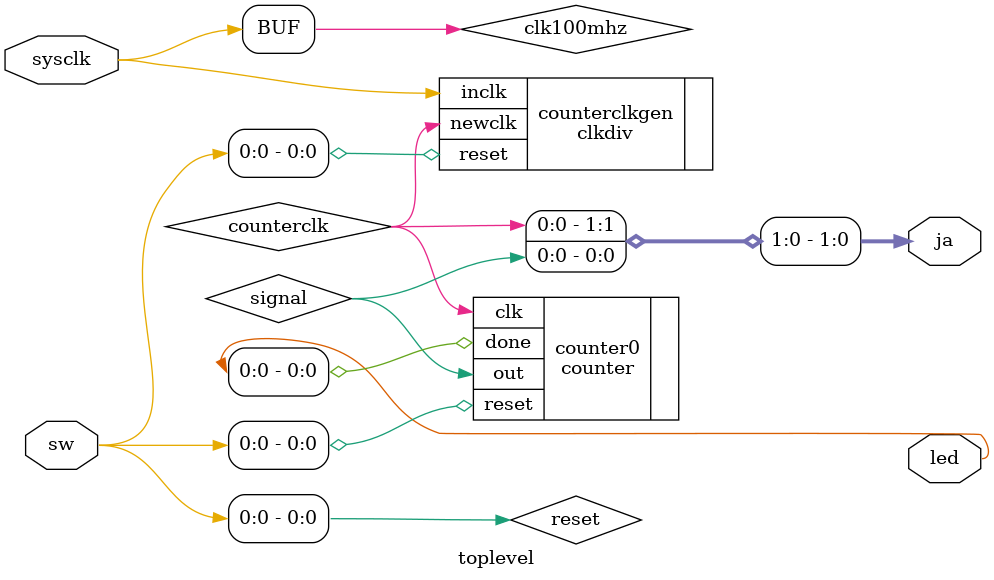
<source format=v>
`timescale 1ns / 1ps


module toplevel(
input wire sysclk,
input wire [7:0] sw,
output wire [7:0] led,
output wire [7:0] ja
    );
    wire reset=sw[0];
    wire counterclk;
    wire clk100mhz=sysclk;
    wire signal=ja[0];
    assign ja[1] = counterclk;
    //100MHz/1000000 = 100Hz
    clkdiv #(.LOGLENGTH(31), .COUNTVAL(1000000)) counterclkgen(.inclk(clk100mhz), .reset(reset), .newclk(counterclk));
    counter #(.COUNTVAL(100)) counter0(.clk(counterclk), .reset(reset), .out(signal), .done(led[0]));
endmodule

</source>
